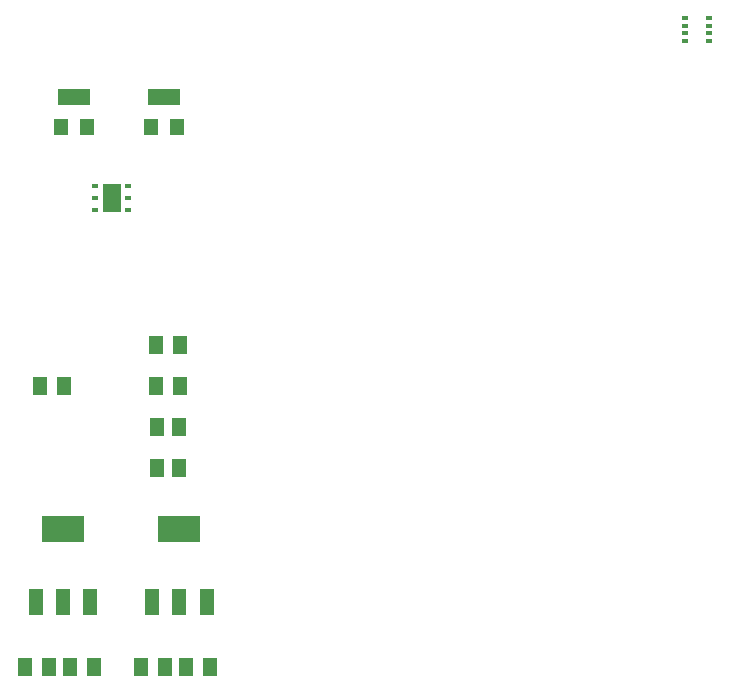
<source format=gtp>
G75*
%MOIN*%
%OFA0B0*%
%FSLAX25Y25*%
%IPPOS*%
%LPD*%
%AMOC8*
5,1,8,0,0,1.08239X$1,22.5*
%
%ADD10R,0.04800X0.08800*%
%ADD11R,0.14173X0.08661*%
%ADD12R,0.05118X0.06299*%
%ADD13R,0.02362X0.01575*%
%ADD14R,0.06299X0.09449*%
%ADD15R,0.05118X0.05906*%
%ADD16R,0.01969X0.01378*%
%ADD17R,0.11024X0.05512*%
%ADD18R,0.04724X0.05512*%
D10*
X0102156Y0060054D03*
X0111256Y0060054D03*
X0120356Y0060054D03*
X0140906Y0060054D03*
X0150006Y0060054D03*
X0159106Y0060054D03*
D11*
X0150006Y0084455D03*
X0111256Y0084455D03*
D12*
X0098569Y0038504D03*
X0106443Y0038504D03*
X0113569Y0038504D03*
X0121443Y0038504D03*
X0137319Y0038504D03*
X0145193Y0038504D03*
X0152319Y0038504D03*
X0160193Y0038504D03*
X0150193Y0132254D03*
X0142319Y0132254D03*
X0142319Y0146004D03*
X0150193Y0146004D03*
X0111443Y0132254D03*
X0103569Y0132254D03*
D13*
X0121994Y0190817D03*
X0121994Y0194754D03*
X0121994Y0198691D03*
X0133018Y0198691D03*
X0133018Y0194754D03*
X0133018Y0190817D03*
D14*
X0127506Y0194754D03*
D15*
X0142516Y0118504D03*
X0149996Y0118504D03*
X0149996Y0104754D03*
X0142516Y0104754D03*
D16*
X0318470Y0247165D03*
X0318470Y0249724D03*
X0318470Y0252283D03*
X0318470Y0254843D03*
X0326541Y0254843D03*
X0326541Y0252283D03*
X0326541Y0249724D03*
X0326541Y0247165D03*
D17*
X0145006Y0228622D03*
X0115006Y0228622D03*
D18*
X0119337Y0218386D03*
X0110675Y0218386D03*
X0140675Y0218386D03*
X0149337Y0218386D03*
M02*

</source>
